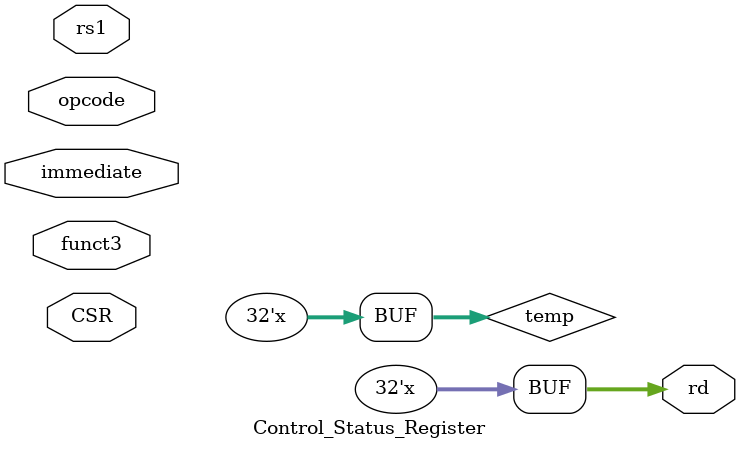
<source format=v>
module Control_Status_Register 
(
    input  [6 : 0] opcode,
    input  [2 : 0] funct3,

    input  [31 : 0] CSR,
    input  [31 : 0] rs1,
    input  [31 : 0] immediate,

    output reg [31 : 0] rd
);

reg [31 : 0] temp;
reg [31 : 0] CSR_reg;

always @(*) begin

    CSR_reg <= CSR;

    case ({funct3, opcode})
        10'b001_1110011 : begin temp <= CSR_reg; CSR_reg <= rs1; rd <= temp; end            // CSRRW
        10'b010_1110011 : begin temp <= CSR_reg; CSR_reg <= temp | rs1; rd <= temp; end     // CSRRS
        10'b011_1110011 : begin temp <= CSR_reg; CSR_reg <= temp & ~rs1; rd <= temp; end    // CSRRC
        10'b101_1110011 : begin end // CSRRWI
        10'b110_1110011 : begin end // CSRRSI
        10'b111_1110011 : begin end // CSRRSI
    endcase
end
    
endmodule
</source>
